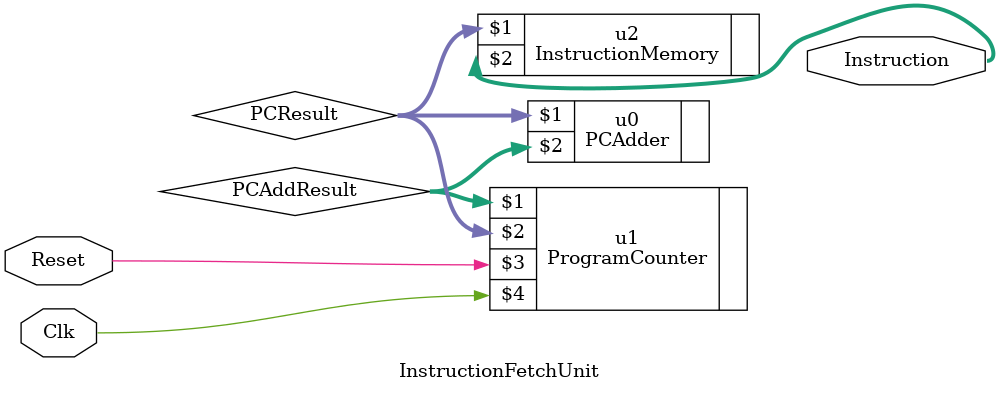
<source format=v>
`timescale 1ns / 1ps


module InstructionFetchUnit(Instruction, Reset, Clk);

    /* Please fill in the implementation here... */
    
    output [31:0] Instruction;
    input Reset, Clk;
    
    wire [31:0] PCAddResult, PCResult;
    
    PCAdder u0(
            PCResult, 
            PCAddResult
        );
        
    ProgramCounter u1(
                PCAddResult, 
                PCResult, 
                Reset, 
                Clk
            );
            
    InstructionMemory u2(
            PCResult,
            Instruction
        );
    
endmodule


</source>
